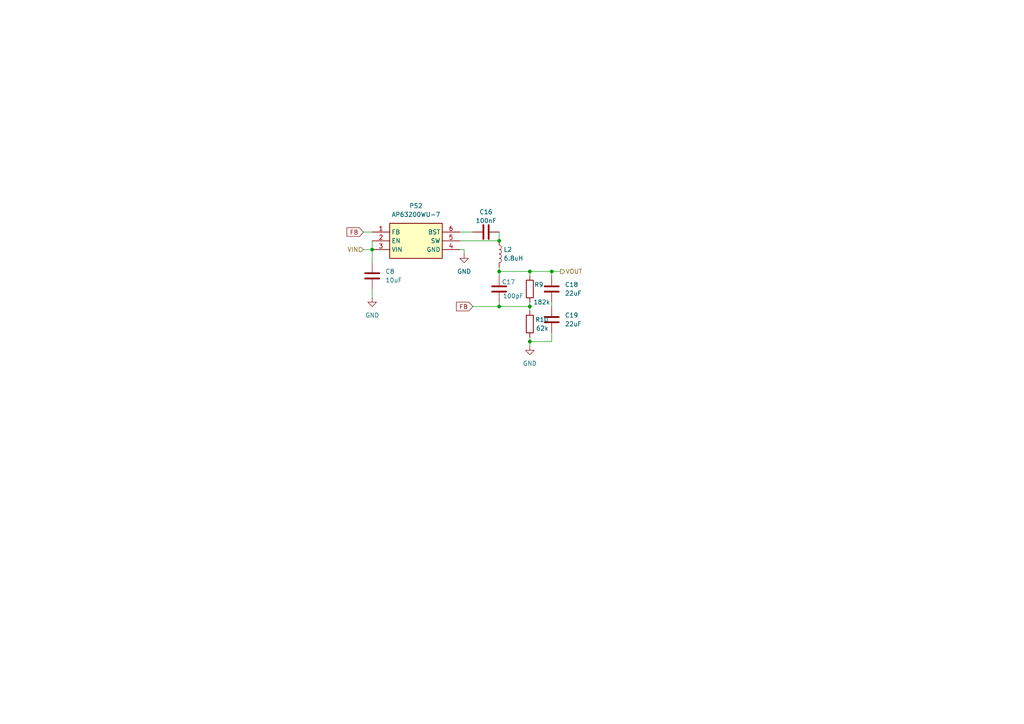
<source format=kicad_sch>
(kicad_sch
	(version 20250114)
	(generator "eeschema")
	(generator_version "9.0")
	(uuid "ee443f7f-921b-42b5-9f55-feb3f24bbd85")
	(paper "A4")
	(lib_symbols
		(symbol "Device:C"
			(pin_numbers
				(hide yes)
			)
			(pin_names
				(offset 0.254)
			)
			(exclude_from_sim no)
			(in_bom yes)
			(on_board yes)
			(property "Reference" "C"
				(at 0.635 2.54 0)
				(effects
					(font
						(size 1.27 1.27)
					)
					(justify left)
				)
			)
			(property "Value" "C"
				(at 0.635 -2.54 0)
				(effects
					(font
						(size 1.27 1.27)
					)
					(justify left)
				)
			)
			(property "Footprint" ""
				(at 0.9652 -3.81 0)
				(effects
					(font
						(size 1.27 1.27)
					)
					(hide yes)
				)
			)
			(property "Datasheet" "~"
				(at 0 0 0)
				(effects
					(font
						(size 1.27 1.27)
					)
					(hide yes)
				)
			)
			(property "Description" "Unpolarized capacitor"
				(at 0 0 0)
				(effects
					(font
						(size 1.27 1.27)
					)
					(hide yes)
				)
			)
			(property "ki_keywords" "cap capacitor"
				(at 0 0 0)
				(effects
					(font
						(size 1.27 1.27)
					)
					(hide yes)
				)
			)
			(property "ki_fp_filters" "C_*"
				(at 0 0 0)
				(effects
					(font
						(size 1.27 1.27)
					)
					(hide yes)
				)
			)
			(symbol "C_0_1"
				(polyline
					(pts
						(xy -2.032 0.762) (xy 2.032 0.762)
					)
					(stroke
						(width 0.508)
						(type default)
					)
					(fill
						(type none)
					)
				)
				(polyline
					(pts
						(xy -2.032 -0.762) (xy 2.032 -0.762)
					)
					(stroke
						(width 0.508)
						(type default)
					)
					(fill
						(type none)
					)
				)
			)
			(symbol "C_1_1"
				(pin passive line
					(at 0 3.81 270)
					(length 2.794)
					(name "~"
						(effects
							(font
								(size 1.27 1.27)
							)
						)
					)
					(number "1"
						(effects
							(font
								(size 1.27 1.27)
							)
						)
					)
				)
				(pin passive line
					(at 0 -3.81 90)
					(length 2.794)
					(name "~"
						(effects
							(font
								(size 1.27 1.27)
							)
						)
					)
					(number "2"
						(effects
							(font
								(size 1.27 1.27)
							)
						)
					)
				)
			)
			(embedded_fonts no)
		)
		(symbol "Device:L"
			(pin_numbers
				(hide yes)
			)
			(pin_names
				(offset 1.016)
				(hide yes)
			)
			(exclude_from_sim no)
			(in_bom yes)
			(on_board yes)
			(property "Reference" "L"
				(at -1.27 0 90)
				(effects
					(font
						(size 1.27 1.27)
					)
				)
			)
			(property "Value" "L"
				(at 1.905 0 90)
				(effects
					(font
						(size 1.27 1.27)
					)
				)
			)
			(property "Footprint" ""
				(at 0 0 0)
				(effects
					(font
						(size 1.27 1.27)
					)
					(hide yes)
				)
			)
			(property "Datasheet" "~"
				(at 0 0 0)
				(effects
					(font
						(size 1.27 1.27)
					)
					(hide yes)
				)
			)
			(property "Description" "Inductor"
				(at 0 0 0)
				(effects
					(font
						(size 1.27 1.27)
					)
					(hide yes)
				)
			)
			(property "ki_keywords" "inductor choke coil reactor magnetic"
				(at 0 0 0)
				(effects
					(font
						(size 1.27 1.27)
					)
					(hide yes)
				)
			)
			(property "ki_fp_filters" "Choke_* *Coil* Inductor_* L_*"
				(at 0 0 0)
				(effects
					(font
						(size 1.27 1.27)
					)
					(hide yes)
				)
			)
			(symbol "L_0_1"
				(arc
					(start 0 2.54)
					(mid 0.6323 1.905)
					(end 0 1.27)
					(stroke
						(width 0)
						(type default)
					)
					(fill
						(type none)
					)
				)
				(arc
					(start 0 1.27)
					(mid 0.6323 0.635)
					(end 0 0)
					(stroke
						(width 0)
						(type default)
					)
					(fill
						(type none)
					)
				)
				(arc
					(start 0 0)
					(mid 0.6323 -0.635)
					(end 0 -1.27)
					(stroke
						(width 0)
						(type default)
					)
					(fill
						(type none)
					)
				)
				(arc
					(start 0 -1.27)
					(mid 0.6323 -1.905)
					(end 0 -2.54)
					(stroke
						(width 0)
						(type default)
					)
					(fill
						(type none)
					)
				)
			)
			(symbol "L_1_1"
				(pin passive line
					(at 0 3.81 270)
					(length 1.27)
					(name "1"
						(effects
							(font
								(size 1.27 1.27)
							)
						)
					)
					(number "1"
						(effects
							(font
								(size 1.27 1.27)
							)
						)
					)
				)
				(pin passive line
					(at 0 -3.81 90)
					(length 1.27)
					(name "2"
						(effects
							(font
								(size 1.27 1.27)
							)
						)
					)
					(number "2"
						(effects
							(font
								(size 1.27 1.27)
							)
						)
					)
				)
			)
			(embedded_fonts no)
		)
		(symbol "Device:R"
			(pin_numbers
				(hide yes)
			)
			(pin_names
				(offset 0)
			)
			(exclude_from_sim no)
			(in_bom yes)
			(on_board yes)
			(property "Reference" "R"
				(at 2.032 0 90)
				(effects
					(font
						(size 1.27 1.27)
					)
				)
			)
			(property "Value" "R"
				(at 0 0 90)
				(effects
					(font
						(size 1.27 1.27)
					)
				)
			)
			(property "Footprint" ""
				(at -1.778 0 90)
				(effects
					(font
						(size 1.27 1.27)
					)
					(hide yes)
				)
			)
			(property "Datasheet" "~"
				(at 0 0 0)
				(effects
					(font
						(size 1.27 1.27)
					)
					(hide yes)
				)
			)
			(property "Description" "Resistor"
				(at 0 0 0)
				(effects
					(font
						(size 1.27 1.27)
					)
					(hide yes)
				)
			)
			(property "ki_keywords" "R res resistor"
				(at 0 0 0)
				(effects
					(font
						(size 1.27 1.27)
					)
					(hide yes)
				)
			)
			(property "ki_fp_filters" "R_*"
				(at 0 0 0)
				(effects
					(font
						(size 1.27 1.27)
					)
					(hide yes)
				)
			)
			(symbol "R_0_1"
				(rectangle
					(start -1.016 -2.54)
					(end 1.016 2.54)
					(stroke
						(width 0.254)
						(type default)
					)
					(fill
						(type none)
					)
				)
			)
			(symbol "R_1_1"
				(pin passive line
					(at 0 3.81 270)
					(length 1.27)
					(name "~"
						(effects
							(font
								(size 1.27 1.27)
							)
						)
					)
					(number "1"
						(effects
							(font
								(size 1.27 1.27)
							)
						)
					)
				)
				(pin passive line
					(at 0 -3.81 90)
					(length 1.27)
					(name "~"
						(effects
							(font
								(size 1.27 1.27)
							)
						)
					)
					(number "2"
						(effects
							(font
								(size 1.27 1.27)
							)
						)
					)
				)
			)
			(embedded_fonts no)
		)
		(symbol "SamacSys_Parts:AP63200WU-7"
			(exclude_from_sim no)
			(in_bom yes)
			(on_board yes)
			(property "Reference" "PS"
				(at 21.59 7.62 0)
				(effects
					(font
						(size 1.27 1.27)
					)
					(justify left top)
				)
			)
			(property "Value" "AP63200WU-7"
				(at 21.59 5.08 0)
				(effects
					(font
						(size 1.27 1.27)
					)
					(justify left top)
				)
			)
			(property "Footprint" "SOT95P280X100-6N"
				(at 21.59 -94.92 0)
				(effects
					(font
						(size 1.27 1.27)
					)
					(justify left top)
					(hide yes)
				)
			)
			(property "Datasheet" "https://www.diodes.com//assets/Datasheets/AP63200-AP63201-AP63203-AP63205.pdf"
				(at 21.59 -194.92 0)
				(effects
					(font
						(size 1.27 1.27)
					)
					(justify left top)
					(hide yes)
				)
			)
			(property "Description" "Switching Voltage Regulators DCDC Conv HV Buck TSOT26 T&R 3K"
				(at 0 0 0)
				(effects
					(font
						(size 1.27 1.27)
					)
					(hide yes)
				)
			)
			(property "Height" "1"
				(at 21.59 -394.92 0)
				(effects
					(font
						(size 1.27 1.27)
					)
					(justify left top)
					(hide yes)
				)
			)
			(property "Mouser Part Number" "621-AP63200WU-7"
				(at 21.59 -494.92 0)
				(effects
					(font
						(size 1.27 1.27)
					)
					(justify left top)
					(hide yes)
				)
			)
			(property "Mouser Price/Stock" "https://www.mouser.co.uk/ProductDetail/Diodes-Incorporated/AP63200WU-7?qs=u16ybLDytRZrauj7eRB5tw%3D%3D"
				(at 21.59 -594.92 0)
				(effects
					(font
						(size 1.27 1.27)
					)
					(justify left top)
					(hide yes)
				)
			)
			(property "Manufacturer_Name" "Diodes Incorporated"
				(at 21.59 -694.92 0)
				(effects
					(font
						(size 1.27 1.27)
					)
					(justify left top)
					(hide yes)
				)
			)
			(property "Manufacturer_Part_Number" "AP63200WU-7"
				(at 21.59 -794.92 0)
				(effects
					(font
						(size 1.27 1.27)
					)
					(justify left top)
					(hide yes)
				)
			)
			(symbol "AP63200WU-7_1_1"
				(rectangle
					(start 5.08 2.54)
					(end 20.32 -7.62)
					(stroke
						(width 0.254)
						(type default)
					)
					(fill
						(type background)
					)
				)
				(pin passive line
					(at 0 0 0)
					(length 5.08)
					(name "FB"
						(effects
							(font
								(size 1.27 1.27)
							)
						)
					)
					(number "1"
						(effects
							(font
								(size 1.27 1.27)
							)
						)
					)
				)
				(pin passive line
					(at 0 -2.54 0)
					(length 5.08)
					(name "EN"
						(effects
							(font
								(size 1.27 1.27)
							)
						)
					)
					(number "2"
						(effects
							(font
								(size 1.27 1.27)
							)
						)
					)
				)
				(pin passive line
					(at 0 -5.08 0)
					(length 5.08)
					(name "VIN"
						(effects
							(font
								(size 1.27 1.27)
							)
						)
					)
					(number "3"
						(effects
							(font
								(size 1.27 1.27)
							)
						)
					)
				)
				(pin passive line
					(at 25.4 0 180)
					(length 5.08)
					(name "BST"
						(effects
							(font
								(size 1.27 1.27)
							)
						)
					)
					(number "6"
						(effects
							(font
								(size 1.27 1.27)
							)
						)
					)
				)
				(pin passive line
					(at 25.4 -2.54 180)
					(length 5.08)
					(name "SW"
						(effects
							(font
								(size 1.27 1.27)
							)
						)
					)
					(number "5"
						(effects
							(font
								(size 1.27 1.27)
							)
						)
					)
				)
				(pin passive line
					(at 25.4 -5.08 180)
					(length 5.08)
					(name "GND"
						(effects
							(font
								(size 1.27 1.27)
							)
						)
					)
					(number "4"
						(effects
							(font
								(size 1.27 1.27)
							)
						)
					)
				)
			)
			(embedded_fonts no)
		)
		(symbol "power:GND"
			(power)
			(pin_numbers
				(hide yes)
			)
			(pin_names
				(offset 0)
				(hide yes)
			)
			(exclude_from_sim no)
			(in_bom yes)
			(on_board yes)
			(property "Reference" "#PWR"
				(at 0 -6.35 0)
				(effects
					(font
						(size 1.27 1.27)
					)
					(hide yes)
				)
			)
			(property "Value" "GND"
				(at 0 -3.81 0)
				(effects
					(font
						(size 1.27 1.27)
					)
				)
			)
			(property "Footprint" ""
				(at 0 0 0)
				(effects
					(font
						(size 1.27 1.27)
					)
					(hide yes)
				)
			)
			(property "Datasheet" ""
				(at 0 0 0)
				(effects
					(font
						(size 1.27 1.27)
					)
					(hide yes)
				)
			)
			(property "Description" "Power symbol creates a global label with name \"GND\" , ground"
				(at 0 0 0)
				(effects
					(font
						(size 1.27 1.27)
					)
					(hide yes)
				)
			)
			(property "ki_keywords" "global power"
				(at 0 0 0)
				(effects
					(font
						(size 1.27 1.27)
					)
					(hide yes)
				)
			)
			(symbol "GND_0_1"
				(polyline
					(pts
						(xy 0 0) (xy 0 -1.27) (xy 1.27 -1.27) (xy 0 -2.54) (xy -1.27 -1.27) (xy 0 -1.27)
					)
					(stroke
						(width 0)
						(type default)
					)
					(fill
						(type none)
					)
				)
			)
			(symbol "GND_1_1"
				(pin power_in line
					(at 0 0 270)
					(length 0)
					(name "~"
						(effects
							(font
								(size 1.27 1.27)
							)
						)
					)
					(number "1"
						(effects
							(font
								(size 1.27 1.27)
							)
						)
					)
				)
			)
			(embedded_fonts no)
		)
	)
	(junction
		(at 107.95 72.39)
		(diameter 0)
		(color 0 0 0 0)
		(uuid "06dbb850-7557-48ca-b63f-95722da01204")
	)
	(junction
		(at 144.78 69.85)
		(diameter 0)
		(color 0 0 0 0)
		(uuid "171fc04f-3bf6-4ae1-afeb-45ffb1f79dec")
	)
	(junction
		(at 153.67 99.06)
		(diameter 0)
		(color 0 0 0 0)
		(uuid "1dbf86f1-e032-4f98-adb0-3c75dea303eb")
	)
	(junction
		(at 153.67 88.9)
		(diameter 0)
		(color 0 0 0 0)
		(uuid "2d1e363e-5ba5-4666-951f-b2433edeff89")
	)
	(junction
		(at 153.67 78.74)
		(diameter 0)
		(color 0 0 0 0)
		(uuid "5d1a6829-9f68-45cb-b2d4-5a913323bb66")
	)
	(junction
		(at 160.02 78.74)
		(diameter 0)
		(color 0 0 0 0)
		(uuid "70540c8e-3558-4f10-b800-75af3f8f8bd6")
	)
	(junction
		(at 144.78 88.9)
		(diameter 0)
		(color 0 0 0 0)
		(uuid "877e55ac-4863-4c69-9586-12c8504fbacd")
	)
	(junction
		(at 144.78 78.74)
		(diameter 0)
		(color 0 0 0 0)
		(uuid "9053cd71-3ce4-47a4-b4db-acacddb7f914")
	)
	(wire
		(pts
			(xy 160.02 80.01) (xy 160.02 78.74)
		)
		(stroke
			(width 0)
			(type default)
		)
		(uuid "14c60619-7469-45f4-a24b-1568eb29e868")
	)
	(wire
		(pts
			(xy 107.95 72.39) (xy 107.95 76.2)
		)
		(stroke
			(width 0)
			(type default)
		)
		(uuid "2428d515-4c91-4b00-b4f5-88107d53475d")
	)
	(wire
		(pts
			(xy 105.41 72.39) (xy 107.95 72.39)
		)
		(stroke
			(width 0)
			(type default)
		)
		(uuid "2e0e2659-4775-4dcb-897a-0e66fb79c5bc")
	)
	(wire
		(pts
			(xy 153.67 97.79) (xy 153.67 99.06)
		)
		(stroke
			(width 0)
			(type default)
		)
		(uuid "3034cc0b-2d4e-408d-adad-26cd442390c4")
	)
	(wire
		(pts
			(xy 153.67 90.17) (xy 153.67 88.9)
		)
		(stroke
			(width 0)
			(type default)
		)
		(uuid "3287bb4f-7c77-44d6-91f1-eb6eb57bf29c")
	)
	(wire
		(pts
			(xy 153.67 88.9) (xy 153.67 87.63)
		)
		(stroke
			(width 0)
			(type default)
		)
		(uuid "37df661f-1fa8-42af-ae0d-e61649a9a1ac")
	)
	(wire
		(pts
			(xy 144.78 67.31) (xy 144.78 69.85)
		)
		(stroke
			(width 0)
			(type default)
		)
		(uuid "4cb3596b-4210-4c5a-9117-36e552d31c08")
	)
	(wire
		(pts
			(xy 144.78 88.9) (xy 153.67 88.9)
		)
		(stroke
			(width 0)
			(type default)
		)
		(uuid "4d84aaa4-3a23-46ae-9e36-78dd8a3a1f34")
	)
	(wire
		(pts
			(xy 153.67 78.74) (xy 144.78 78.74)
		)
		(stroke
			(width 0)
			(type default)
		)
		(uuid "4f1c8f3d-83f4-41eb-97dd-32ec48eedf0d")
	)
	(wire
		(pts
			(xy 144.78 88.9) (xy 144.78 87.63)
		)
		(stroke
			(width 0)
			(type default)
		)
		(uuid "5ee91827-3afe-4270-ac84-e43595ad15fe")
	)
	(wire
		(pts
			(xy 133.35 67.31) (xy 137.16 67.31)
		)
		(stroke
			(width 0)
			(type default)
		)
		(uuid "6af1f625-5cf5-4059-82b9-a24afc2e167b")
	)
	(wire
		(pts
			(xy 144.78 78.74) (xy 144.78 80.01)
		)
		(stroke
			(width 0)
			(type default)
		)
		(uuid "7d779c4f-b984-4640-8037-588f26696259")
	)
	(wire
		(pts
			(xy 133.35 72.39) (xy 134.62 72.39)
		)
		(stroke
			(width 0)
			(type default)
		)
		(uuid "7d9bf753-4033-4651-a649-c0e93ad3e59f")
	)
	(wire
		(pts
			(xy 160.02 78.74) (xy 153.67 78.74)
		)
		(stroke
			(width 0)
			(type default)
		)
		(uuid "8d6bcf1f-3ca4-4b16-baf7-02fc55cec930")
	)
	(wire
		(pts
			(xy 144.78 69.85) (xy 133.35 69.85)
		)
		(stroke
			(width 0)
			(type default)
		)
		(uuid "9b1c0121-5e35-4146-830e-727454542c6c")
	)
	(wire
		(pts
			(xy 144.78 78.74) (xy 144.78 77.47)
		)
		(stroke
			(width 0)
			(type default)
		)
		(uuid "9d025536-c854-45df-8ec9-478fd67248a8")
	)
	(wire
		(pts
			(xy 160.02 87.63) (xy 160.02 88.9)
		)
		(stroke
			(width 0)
			(type default)
		)
		(uuid "a3eeaf58-9850-4361-9701-a8e9b3c76c9c")
	)
	(wire
		(pts
			(xy 160.02 78.74) (xy 162.56 78.74)
		)
		(stroke
			(width 0)
			(type default)
		)
		(uuid "b3cf85e9-a7d9-42eb-9596-ad423d2d6f6a")
	)
	(wire
		(pts
			(xy 153.67 78.74) (xy 153.67 80.01)
		)
		(stroke
			(width 0)
			(type default)
		)
		(uuid "bc2146fa-8c41-4533-b769-0ac8b3410c17")
	)
	(wire
		(pts
			(xy 105.41 67.31) (xy 107.95 67.31)
		)
		(stroke
			(width 0)
			(type default)
		)
		(uuid "bf5baf34-2ae5-4f34-8ef9-72cce9e2023b")
	)
	(wire
		(pts
			(xy 160.02 96.52) (xy 160.02 99.06)
		)
		(stroke
			(width 0)
			(type default)
		)
		(uuid "cb748833-2703-4ab1-956e-cc22e79e9e91")
	)
	(wire
		(pts
			(xy 153.67 99.06) (xy 153.67 100.33)
		)
		(stroke
			(width 0)
			(type default)
		)
		(uuid "cbdb445b-0228-4f4b-b504-097da5ca3a5a")
	)
	(wire
		(pts
			(xy 137.16 88.9) (xy 144.78 88.9)
		)
		(stroke
			(width 0)
			(type default)
		)
		(uuid "cffafe2f-98c3-4a65-b877-0ed0ec6e4cc4")
	)
	(wire
		(pts
			(xy 134.62 72.39) (xy 134.62 73.66)
		)
		(stroke
			(width 0)
			(type default)
		)
		(uuid "e05d0e25-7403-49b7-9db8-54f0945d2bff")
	)
	(wire
		(pts
			(xy 107.95 83.82) (xy 107.95 86.36)
		)
		(stroke
			(width 0)
			(type default)
		)
		(uuid "e1b5c111-625d-44a6-8f70-62874cf63654")
	)
	(wire
		(pts
			(xy 107.95 69.85) (xy 107.95 72.39)
		)
		(stroke
			(width 0)
			(type default)
		)
		(uuid "f5c745e7-0f24-41f5-82b6-226a009db5e9")
	)
	(wire
		(pts
			(xy 153.67 99.06) (xy 160.02 99.06)
		)
		(stroke
			(width 0)
			(type default)
		)
		(uuid "ff102666-7280-47ad-b1c1-1642716c1d6f")
	)
	(global_label "FB"
		(shape input)
		(at 105.41 67.31 180)
		(fields_autoplaced yes)
		(effects
			(font
				(size 1.27 1.27)
			)
			(justify right)
		)
		(uuid "574c1bd4-6a7e-4fba-8b4a-457e296ff715")
		(property "Intersheetrefs" "${INTERSHEET_REFS}"
			(at 100.0662 67.31 0)
			(effects
				(font
					(size 1.27 1.27)
				)
				(justify right)
				(hide yes)
			)
		)
	)
	(global_label "FB"
		(shape input)
		(at 137.16 88.9 180)
		(fields_autoplaced yes)
		(effects
			(font
				(size 1.27 1.27)
			)
			(justify right)
		)
		(uuid "a6d61807-8055-4b4f-ab60-1c8037c091a7")
		(property "Intersheetrefs" "${INTERSHEET_REFS}"
			(at 131.8162 88.9 0)
			(effects
				(font
					(size 1.27 1.27)
				)
				(justify right)
				(hide yes)
			)
		)
	)
	(hierarchical_label "VIN"
		(shape input)
		(at 105.41 72.39 180)
		(effects
			(font
				(size 1.27 1.27)
			)
			(justify right)
		)
		(uuid "5ab1f570-f8a3-4f37-b406-eaf38d727c1d")
	)
	(hierarchical_label "VOUT"
		(shape output)
		(at 162.56 78.74 0)
		(effects
			(font
				(size 1.27 1.27)
			)
			(justify left)
		)
		(uuid "79501b3d-5c7a-4d69-b02e-785194eb7066")
	)
	(symbol
		(lib_id "Device:L")
		(at 144.78 73.66 0)
		(unit 1)
		(exclude_from_sim no)
		(in_bom yes)
		(on_board yes)
		(dnp no)
		(fields_autoplaced yes)
		(uuid "4829f33b-9dbc-4d69-9761-fbe96d03fa78")
		(property "Reference" "L2"
			(at 146.05 72.3899 0)
			(effects
				(font
					(size 1.27 1.27)
				)
				(justify left)
			)
		)
		(property "Value" "6.8uH"
			(at 146.05 74.9299 0)
			(effects
				(font
					(size 1.27 1.27)
				)
				(justify left)
			)
		)
		(property "Footprint" ""
			(at 144.78 73.66 0)
			(effects
				(font
					(size 1.27 1.27)
				)
				(hide yes)
			)
		)
		(property "Datasheet" "~"
			(at 144.78 73.66 0)
			(effects
				(font
					(size 1.27 1.27)
				)
				(hide yes)
			)
		)
		(property "Description" "Inductor"
			(at 144.78 73.66 0)
			(effects
				(font
					(size 1.27 1.27)
				)
				(hide yes)
			)
		)
		(pin "2"
			(uuid "1f9c2c0e-3480-435f-9e79-01a405a935fa")
		)
		(pin "1"
			(uuid "72997c04-b07f-40ca-9284-30a59655211c")
		)
		(instances
			(project "BLDC Controller"
				(path "/473f6d91-eb15-49f0-aa00-e4212556f75e/7645e33b-8d35-4fb1-939f-3a95fd96a4e0"
					(reference "L2")
					(unit 1)
				)
				(path "/473f6d91-eb15-49f0-aa00-e4212556f75e/ab06024d-6be7-426b-bae5-180dffaf0caa"
					(reference "L3")
					(unit 1)
				)
			)
		)
	)
	(symbol
		(lib_id "Device:R")
		(at 153.67 93.98 0)
		(unit 1)
		(exclude_from_sim no)
		(in_bom yes)
		(on_board yes)
		(dnp no)
		(uuid "596e6c88-9e60-4ddd-b0ab-7fda5807740c")
		(property "Reference" "R10"
			(at 155.194 92.71 0)
			(effects
				(font
					(size 1.27 1.27)
				)
				(justify left)
			)
		)
		(property "Value" "62k"
			(at 155.448 95.25 0)
			(effects
				(font
					(size 1.27 1.27)
				)
				(justify left)
			)
		)
		(property "Footprint" ""
			(at 151.892 93.98 90)
			(effects
				(font
					(size 1.27 1.27)
				)
				(hide yes)
			)
		)
		(property "Datasheet" "~"
			(at 153.67 93.98 0)
			(effects
				(font
					(size 1.27 1.27)
				)
				(hide yes)
			)
		)
		(property "Description" "Resistor"
			(at 153.67 93.98 0)
			(effects
				(font
					(size 1.27 1.27)
				)
				(hide yes)
			)
		)
		(pin "1"
			(uuid "ab87cdcb-30f5-47e3-8ad9-c988c8ec10d2")
		)
		(pin "2"
			(uuid "1da6b169-02da-42d4-872d-3aa963a6dfe9")
		)
		(instances
			(project "BLDC Controller"
				(path "/473f6d91-eb15-49f0-aa00-e4212556f75e/7645e33b-8d35-4fb1-939f-3a95fd96a4e0"
					(reference "R10")
					(unit 1)
				)
				(path "/473f6d91-eb15-49f0-aa00-e4212556f75e/ab06024d-6be7-426b-bae5-180dffaf0caa"
					(reference "R12")
					(unit 1)
				)
			)
		)
	)
	(symbol
		(lib_id "Device:C")
		(at 140.97 67.31 90)
		(unit 1)
		(exclude_from_sim no)
		(in_bom yes)
		(on_board yes)
		(dnp no)
		(uuid "6d6751ff-0b43-42f2-838f-2d929b57d00d")
		(property "Reference" "C16"
			(at 140.97 61.468 90)
			(effects
				(font
					(size 1.27 1.27)
				)
			)
		)
		(property "Value" "100nF"
			(at 140.97 64.008 90)
			(effects
				(font
					(size 1.27 1.27)
				)
			)
		)
		(property "Footprint" ""
			(at 144.78 66.3448 0)
			(effects
				(font
					(size 1.27 1.27)
				)
				(hide yes)
			)
		)
		(property "Datasheet" "~"
			(at 140.97 67.31 0)
			(effects
				(font
					(size 1.27 1.27)
				)
				(hide yes)
			)
		)
		(property "Description" "Unpolarized capacitor"
			(at 140.97 67.31 0)
			(effects
				(font
					(size 1.27 1.27)
				)
				(hide yes)
			)
		)
		(pin "2"
			(uuid "2daad950-6d30-48d3-a60a-08bda15956e9")
		)
		(pin "1"
			(uuid "7537512a-55c2-46fb-a28f-96ff3d741d55")
		)
		(instances
			(project "BLDC Controller"
				(path "/473f6d91-eb15-49f0-aa00-e4212556f75e/7645e33b-8d35-4fb1-939f-3a95fd96a4e0"
					(reference "C16")
					(unit 1)
				)
				(path "/473f6d91-eb15-49f0-aa00-e4212556f75e/ab06024d-6be7-426b-bae5-180dffaf0caa"
					(reference "C21")
					(unit 1)
				)
			)
		)
	)
	(symbol
		(lib_id "power:GND")
		(at 107.95 86.36 0)
		(unit 1)
		(exclude_from_sim no)
		(in_bom yes)
		(on_board yes)
		(dnp no)
		(fields_autoplaced yes)
		(uuid "80254074-de94-408f-97c8-c9fdc00b04c8")
		(property "Reference" "#PWR01"
			(at 107.95 92.71 0)
			(effects
				(font
					(size 1.27 1.27)
				)
				(hide yes)
			)
		)
		(property "Value" "GND"
			(at 107.95 91.44 0)
			(effects
				(font
					(size 1.27 1.27)
				)
			)
		)
		(property "Footprint" ""
			(at 107.95 86.36 0)
			(effects
				(font
					(size 1.27 1.27)
				)
				(hide yes)
			)
		)
		(property "Datasheet" ""
			(at 107.95 86.36 0)
			(effects
				(font
					(size 1.27 1.27)
				)
				(hide yes)
			)
		)
		(property "Description" "Power symbol creates a global label with name \"GND\" , ground"
			(at 107.95 86.36 0)
			(effects
				(font
					(size 1.27 1.27)
				)
				(hide yes)
			)
		)
		(pin "1"
			(uuid "8d9a08aa-516e-49ce-a86a-0a0683c5d38a")
		)
		(instances
			(project "BLDC Controller"
				(path "/473f6d91-eb15-49f0-aa00-e4212556f75e/7645e33b-8d35-4fb1-939f-3a95fd96a4e0"
					(reference "#PWR01")
					(unit 1)
				)
				(path "/473f6d91-eb15-49f0-aa00-e4212556f75e/ab06024d-6be7-426b-bae5-180dffaf0caa"
					(reference "#PWR014")
					(unit 1)
				)
			)
		)
	)
	(symbol
		(lib_id "Device:C")
		(at 107.95 80.01 0)
		(unit 1)
		(exclude_from_sim no)
		(in_bom yes)
		(on_board yes)
		(dnp no)
		(fields_autoplaced yes)
		(uuid "844c888d-6027-4024-a1fe-efb1356c0444")
		(property "Reference" "C8"
			(at 111.76 78.7399 0)
			(effects
				(font
					(size 1.27 1.27)
				)
				(justify left)
			)
		)
		(property "Value" "10uF"
			(at 111.76 81.2799 0)
			(effects
				(font
					(size 1.27 1.27)
				)
				(justify left)
			)
		)
		(property "Footprint" ""
			(at 108.9152 83.82 0)
			(effects
				(font
					(size 1.27 1.27)
				)
				(hide yes)
			)
		)
		(property "Datasheet" "~"
			(at 107.95 80.01 0)
			(effects
				(font
					(size 1.27 1.27)
				)
				(hide yes)
			)
		)
		(property "Description" "Unpolarized capacitor"
			(at 107.95 80.01 0)
			(effects
				(font
					(size 1.27 1.27)
				)
				(hide yes)
			)
		)
		(pin "2"
			(uuid "a33a9a66-d872-42c7-9083-cf21178a2998")
		)
		(pin "1"
			(uuid "6a550aba-41ed-4631-8256-62e06abcdee5")
		)
		(instances
			(project "BLDC Controller"
				(path "/473f6d91-eb15-49f0-aa00-e4212556f75e/7645e33b-8d35-4fb1-939f-3a95fd96a4e0"
					(reference "C8")
					(unit 1)
				)
				(path "/473f6d91-eb15-49f0-aa00-e4212556f75e/ab06024d-6be7-426b-bae5-180dffaf0caa"
					(reference "C20")
					(unit 1)
				)
			)
		)
	)
	(symbol
		(lib_id "power:GND")
		(at 153.67 100.33 0)
		(unit 1)
		(exclude_from_sim no)
		(in_bom yes)
		(on_board yes)
		(dnp no)
		(fields_autoplaced yes)
		(uuid "9cf8eeb1-932b-4e86-abdb-ff8fef1556eb")
		(property "Reference" "#PWR013"
			(at 153.67 106.68 0)
			(effects
				(font
					(size 1.27 1.27)
				)
				(hide yes)
			)
		)
		(property "Value" "GND"
			(at 153.67 105.41 0)
			(effects
				(font
					(size 1.27 1.27)
				)
			)
		)
		(property "Footprint" ""
			(at 153.67 100.33 0)
			(effects
				(font
					(size 1.27 1.27)
				)
				(hide yes)
			)
		)
		(property "Datasheet" ""
			(at 153.67 100.33 0)
			(effects
				(font
					(size 1.27 1.27)
				)
				(hide yes)
			)
		)
		(property "Description" "Power symbol creates a global label with name \"GND\" , ground"
			(at 153.67 100.33 0)
			(effects
				(font
					(size 1.27 1.27)
				)
				(hide yes)
			)
		)
		(pin "1"
			(uuid "2a5f59e5-76ab-43ca-bd56-a5c19ae1013f")
		)
		(instances
			(project "BLDC Controller"
				(path "/473f6d91-eb15-49f0-aa00-e4212556f75e/7645e33b-8d35-4fb1-939f-3a95fd96a4e0"
					(reference "#PWR013")
					(unit 1)
				)
				(path "/473f6d91-eb15-49f0-aa00-e4212556f75e/ab06024d-6be7-426b-bae5-180dffaf0caa"
					(reference "#PWR024")
					(unit 1)
				)
			)
		)
	)
	(symbol
		(lib_id "Device:R")
		(at 153.67 83.82 0)
		(unit 1)
		(exclude_from_sim no)
		(in_bom yes)
		(on_board yes)
		(dnp no)
		(uuid "c0b3ba13-8ad9-40ef-99d4-4129971f9a51")
		(property "Reference" "R9"
			(at 154.94 82.55 0)
			(effects
				(font
					(size 1.27 1.27)
				)
				(justify left)
			)
		)
		(property "Value" "182k"
			(at 154.686 87.63 0)
			(effects
				(font
					(size 1.27 1.27)
				)
				(justify left)
			)
		)
		(property "Footprint" ""
			(at 151.892 83.82 90)
			(effects
				(font
					(size 1.27 1.27)
				)
				(hide yes)
			)
		)
		(property "Datasheet" "~"
			(at 153.67 83.82 0)
			(effects
				(font
					(size 1.27 1.27)
				)
				(hide yes)
			)
		)
		(property "Description" "Resistor"
			(at 153.67 83.82 0)
			(effects
				(font
					(size 1.27 1.27)
				)
				(hide yes)
			)
		)
		(pin "1"
			(uuid "2dc5ec9b-799f-4f8f-a8a2-6945bdee5c12")
		)
		(pin "2"
			(uuid "aea5cb87-d381-4baf-bd41-65330b3558fd")
		)
		(instances
			(project "BLDC Controller"
				(path "/473f6d91-eb15-49f0-aa00-e4212556f75e/7645e33b-8d35-4fb1-939f-3a95fd96a4e0"
					(reference "R9")
					(unit 1)
				)
				(path "/473f6d91-eb15-49f0-aa00-e4212556f75e/ab06024d-6be7-426b-bae5-180dffaf0caa"
					(reference "R11")
					(unit 1)
				)
			)
		)
	)
	(symbol
		(lib_id "Device:C")
		(at 160.02 92.71 180)
		(unit 1)
		(exclude_from_sim no)
		(in_bom yes)
		(on_board yes)
		(dnp no)
		(uuid "e477e7fe-ce43-4855-90b5-c2ef18a207c4")
		(property "Reference" "C19"
			(at 163.83 91.4399 0)
			(effects
				(font
					(size 1.27 1.27)
				)
				(justify right)
			)
		)
		(property "Value" "22uF"
			(at 163.83 93.9799 0)
			(effects
				(font
					(size 1.27 1.27)
				)
				(justify right)
			)
		)
		(property "Footprint" ""
			(at 159.0548 88.9 0)
			(effects
				(font
					(size 1.27 1.27)
				)
				(hide yes)
			)
		)
		(property "Datasheet" "~"
			(at 160.02 92.71 0)
			(effects
				(font
					(size 1.27 1.27)
				)
				(hide yes)
			)
		)
		(property "Description" "Unpolarized capacitor"
			(at 160.02 92.71 0)
			(effects
				(font
					(size 1.27 1.27)
				)
				(hide yes)
			)
		)
		(pin "2"
			(uuid "e2efd5bd-8157-43be-b953-c147fdc94b9b")
		)
		(pin "1"
			(uuid "fdf856fe-b3c1-4c77-ab51-f5a555799801")
		)
		(instances
			(project "BLDC Controller"
				(path "/473f6d91-eb15-49f0-aa00-e4212556f75e/7645e33b-8d35-4fb1-939f-3a95fd96a4e0"
					(reference "C19")
					(unit 1)
				)
				(path "/473f6d91-eb15-49f0-aa00-e4212556f75e/ab06024d-6be7-426b-bae5-180dffaf0caa"
					(reference "C24")
					(unit 1)
				)
			)
		)
	)
	(symbol
		(lib_id "SamacSys_Parts:AP63200WU-7")
		(at 107.95 67.31 0)
		(unit 1)
		(exclude_from_sim no)
		(in_bom yes)
		(on_board yes)
		(dnp no)
		(uuid "e96304fc-6011-4754-ae7d-0780574011a7")
		(property "Reference" "PS2"
			(at 120.65 59.69 0)
			(effects
				(font
					(size 1.27 1.27)
				)
			)
		)
		(property "Value" "AP63200WU-7"
			(at 120.65 62.23 0)
			(effects
				(font
					(size 1.27 1.27)
				)
			)
		)
		(property "Footprint" "SOT95P280X100-6N"
			(at 129.54 162.23 0)
			(effects
				(font
					(size 1.27 1.27)
				)
				(justify left top)
				(hide yes)
			)
		)
		(property "Datasheet" "https://www.diodes.com//assets/Datasheets/AP63200-AP63201-AP63203-AP63205.pdf"
			(at 129.54 262.23 0)
			(effects
				(font
					(size 1.27 1.27)
				)
				(justify left top)
				(hide yes)
			)
		)
		(property "Description" "Switching Voltage Regulators DCDC Conv HV Buck TSOT26 T&R 3K"
			(at 107.95 67.31 0)
			(effects
				(font
					(size 1.27 1.27)
				)
				(hide yes)
			)
		)
		(property "Height" "1"
			(at 129.54 462.23 0)
			(effects
				(font
					(size 1.27 1.27)
				)
				(justify left top)
				(hide yes)
			)
		)
		(property "Mouser Part Number" "621-AP63200WU-7"
			(at 129.54 562.23 0)
			(effects
				(font
					(size 1.27 1.27)
				)
				(justify left top)
				(hide yes)
			)
		)
		(property "Mouser Price/Stock" "https://www.mouser.co.uk/ProductDetail/Diodes-Incorporated/AP63200WU-7?qs=u16ybLDytRZrauj7eRB5tw%3D%3D"
			(at 129.54 662.23 0)
			(effects
				(font
					(size 1.27 1.27)
				)
				(justify left top)
				(hide yes)
			)
		)
		(property "Manufacturer_Name" "Diodes Incorporated"
			(at 129.54 762.23 0)
			(effects
				(font
					(size 1.27 1.27)
				)
				(justify left top)
				(hide yes)
			)
		)
		(property "Manufacturer_Part_Number" "AP63200WU-7"
			(at 129.54 862.23 0)
			(effects
				(font
					(size 1.27 1.27)
				)
				(justify left top)
				(hide yes)
			)
		)
		(pin "2"
			(uuid "1c722ce4-ecd3-43d8-9441-cb92b5879af4")
		)
		(pin "1"
			(uuid "bf53bae8-ad96-4191-8eda-d8b552793e9e")
		)
		(pin "5"
			(uuid "4e7cdb6c-ab00-441c-bb33-84b21b8d32f2")
		)
		(pin "4"
			(uuid "86f25e0e-a697-4b03-a16d-0ce97c4ac762")
		)
		(pin "3"
			(uuid "8709a029-3679-4313-a104-4f17f4f6382a")
		)
		(pin "6"
			(uuid "658cce5a-39d8-4bb8-8652-1dcf18c710ea")
		)
		(instances
			(project "BLDC Controller"
				(path "/473f6d91-eb15-49f0-aa00-e4212556f75e/7645e33b-8d35-4fb1-939f-3a95fd96a4e0"
					(reference "PS2")
					(unit 1)
				)
				(path "/473f6d91-eb15-49f0-aa00-e4212556f75e/ab06024d-6be7-426b-bae5-180dffaf0caa"
					(reference "PS3")
					(unit 1)
				)
			)
		)
	)
	(symbol
		(lib_id "Device:C")
		(at 144.78 83.82 180)
		(unit 1)
		(exclude_from_sim no)
		(in_bom yes)
		(on_board yes)
		(dnp no)
		(uuid "eb31b65a-f7c9-483a-806a-cdb0e5582f5d")
		(property "Reference" "C17"
			(at 145.542 81.788 0)
			(effects
				(font
					(size 1.27 1.27)
				)
				(justify right)
			)
		)
		(property "Value" "100pF"
			(at 145.796 85.852 0)
			(effects
				(font
					(size 1.27 1.27)
				)
				(justify right)
			)
		)
		(property "Footprint" ""
			(at 143.8148 80.01 0)
			(effects
				(font
					(size 1.27 1.27)
				)
				(hide yes)
			)
		)
		(property "Datasheet" "~"
			(at 144.78 83.82 0)
			(effects
				(font
					(size 1.27 1.27)
				)
				(hide yes)
			)
		)
		(property "Description" "Unpolarized capacitor"
			(at 144.78 83.82 0)
			(effects
				(font
					(size 1.27 1.27)
				)
				(hide yes)
			)
		)
		(pin "2"
			(uuid "42a5a931-f777-4d4d-af21-8eb58a5b8e50")
		)
		(pin "1"
			(uuid "ecc14f51-ce72-49eb-8389-40f75158ebb0")
		)
		(instances
			(project "BLDC Controller"
				(path "/473f6d91-eb15-49f0-aa00-e4212556f75e/7645e33b-8d35-4fb1-939f-3a95fd96a4e0"
					(reference "C17")
					(unit 1)
				)
				(path "/473f6d91-eb15-49f0-aa00-e4212556f75e/ab06024d-6be7-426b-bae5-180dffaf0caa"
					(reference "C22")
					(unit 1)
				)
			)
		)
	)
	(symbol
		(lib_id "Device:C")
		(at 160.02 83.82 180)
		(unit 1)
		(exclude_from_sim no)
		(in_bom yes)
		(on_board yes)
		(dnp no)
		(uuid "efae9383-4dae-4e80-8a78-0c71afe78b34")
		(property "Reference" "C18"
			(at 163.83 82.5499 0)
			(effects
				(font
					(size 1.27 1.27)
				)
				(justify right)
			)
		)
		(property "Value" "22uF"
			(at 163.83 85.0899 0)
			(effects
				(font
					(size 1.27 1.27)
				)
				(justify right)
			)
		)
		(property "Footprint" ""
			(at 159.0548 80.01 0)
			(effects
				(font
					(size 1.27 1.27)
				)
				(hide yes)
			)
		)
		(property "Datasheet" "~"
			(at 160.02 83.82 0)
			(effects
				(font
					(size 1.27 1.27)
				)
				(hide yes)
			)
		)
		(property "Description" "Unpolarized capacitor"
			(at 160.02 83.82 0)
			(effects
				(font
					(size 1.27 1.27)
				)
				(hide yes)
			)
		)
		(pin "2"
			(uuid "6314edae-307b-4086-99d2-6d2355bf1098")
		)
		(pin "1"
			(uuid "d88365c8-4468-4264-86d5-ef64f87cb62f")
		)
		(instances
			(project "BLDC Controller"
				(path "/473f6d91-eb15-49f0-aa00-e4212556f75e/7645e33b-8d35-4fb1-939f-3a95fd96a4e0"
					(reference "C18")
					(unit 1)
				)
				(path "/473f6d91-eb15-49f0-aa00-e4212556f75e/ab06024d-6be7-426b-bae5-180dffaf0caa"
					(reference "C23")
					(unit 1)
				)
			)
		)
	)
	(symbol
		(lib_id "power:GND")
		(at 134.62 73.66 0)
		(unit 1)
		(exclude_from_sim no)
		(in_bom yes)
		(on_board yes)
		(dnp no)
		(fields_autoplaced yes)
		(uuid "f4638bf0-8c3b-4c9c-9106-1cdb37682be8")
		(property "Reference" "#PWR011"
			(at 134.62 80.01 0)
			(effects
				(font
					(size 1.27 1.27)
				)
				(hide yes)
			)
		)
		(property "Value" "GND"
			(at 134.62 78.74 0)
			(effects
				(font
					(size 1.27 1.27)
				)
			)
		)
		(property "Footprint" ""
			(at 134.62 73.66 0)
			(effects
				(font
					(size 1.27 1.27)
				)
				(hide yes)
			)
		)
		(property "Datasheet" ""
			(at 134.62 73.66 0)
			(effects
				(font
					(size 1.27 1.27)
				)
				(hide yes)
			)
		)
		(property "Description" "Power symbol creates a global label with name \"GND\" , ground"
			(at 134.62 73.66 0)
			(effects
				(font
					(size 1.27 1.27)
				)
				(hide yes)
			)
		)
		(pin "1"
			(uuid "804f0f56-96d8-4cbc-9dc9-fe2b6a895f61")
		)
		(instances
			(project "BLDC Controller"
				(path "/473f6d91-eb15-49f0-aa00-e4212556f75e/7645e33b-8d35-4fb1-939f-3a95fd96a4e0"
					(reference "#PWR011")
					(unit 1)
				)
				(path "/473f6d91-eb15-49f0-aa00-e4212556f75e/ab06024d-6be7-426b-bae5-180dffaf0caa"
					(reference "#PWR020")
					(unit 1)
				)
			)
		)
	)
)

</source>
